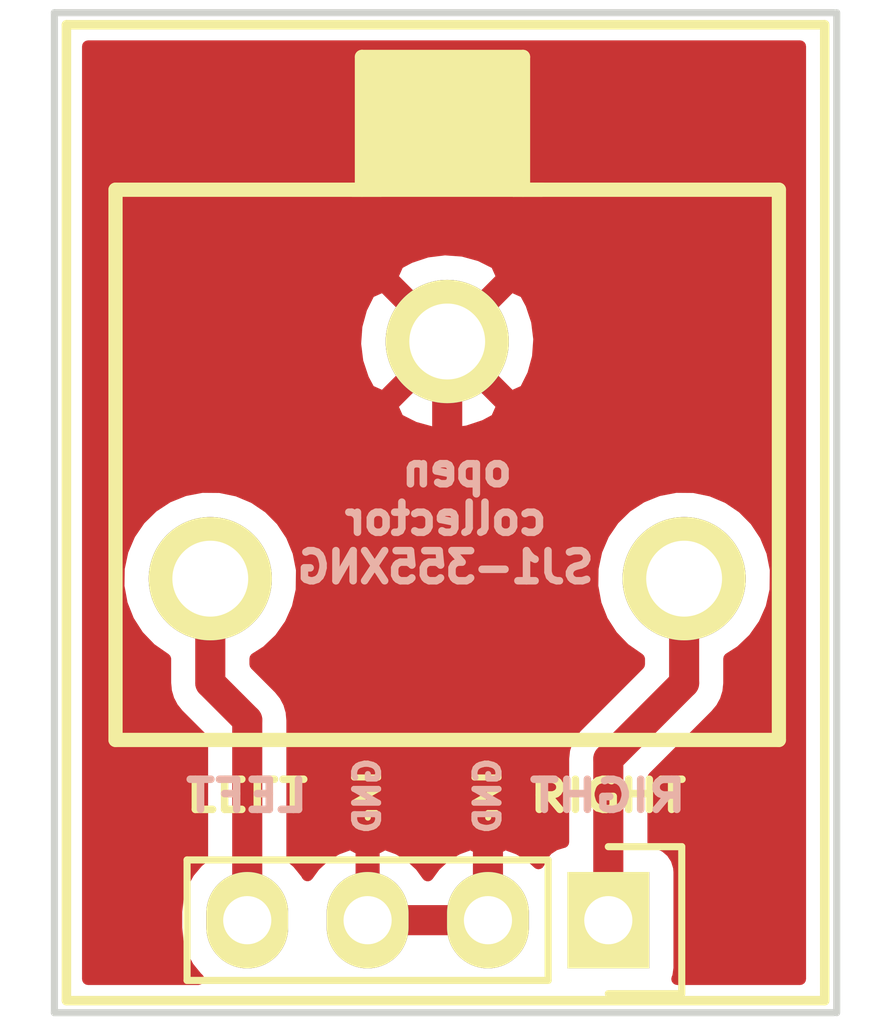
<source format=kicad_pcb>
(kicad_pcb (version 4) (host pcbnew 4.0.6)

  (general
    (links 4)
    (no_connects 0)
    (area 141.762 74.4 160.362001 96.000001)
    (thickness 1.6)
    (drawings 17)
    (tracks 10)
    (zones 0)
    (modules 2)
    (nets 4)
  )

  (page A4)
  (layers
    (0 F.Cu signal)
    (31 B.Cu signal)
    (32 B.Adhes user)
    (33 F.Adhes user)
    (34 B.Paste user)
    (35 F.Paste user)
    (36 B.SilkS user)
    (37 F.SilkS user)
    (38 B.Mask user)
    (39 F.Mask user)
    (40 Dwgs.User user)
    (41 Cmts.User user)
    (42 Eco1.User user)
    (43 Eco2.User user)
    (44 Edge.Cuts user)
    (45 Margin user)
    (46 B.CrtYd user)
    (47 F.CrtYd user)
    (48 B.Fab user)
    (49 F.Fab user)
  )

  (setup
    (last_trace_width 0.254)
    (user_trace_width 0.254)
    (user_trace_width 0.381)
    (user_trace_width 0.635)
    (trace_clearance 0.254)
    (zone_clearance 0.508)
    (zone_45_only no)
    (trace_min 0.2)
    (segment_width 0.2)
    (edge_width 0.15)
    (via_size 0.6)
    (via_drill 0.4)
    (via_min_size 0.4)
    (via_min_drill 0.3)
    (uvia_size 0.3)
    (uvia_drill 0.1)
    (uvias_allowed no)
    (uvia_min_size 0)
    (uvia_min_drill 0)
    (pcb_text_width 0.3)
    (pcb_text_size 1.5 1.5)
    (mod_edge_width 0.15)
    (mod_text_size 1 1)
    (mod_text_width 0.15)
    (pad_size 1.524 1.524)
    (pad_drill 0.762)
    (pad_to_mask_clearance 0.2)
    (aux_axis_origin 0 0)
    (grid_origin 151.8 89.4)
    (visible_elements FFFFFF7F)
    (pcbplotparams
      (layerselection 0x00030_80000001)
      (usegerberextensions false)
      (excludeedgelayer true)
      (linewidth 0.100000)
      (plotframeref false)
      (viasonmask false)
      (mode 1)
      (useauxorigin false)
      (hpglpennumber 1)
      (hpglpenspeed 20)
      (hpglpendiameter 15)
      (hpglpenoverlay 2)
      (psnegative false)
      (psa4output false)
      (plotreference true)
      (plotvalue true)
      (plotinvisibletext false)
      (padsonsilk false)
      (subtractmaskfromsilk false)
      (outputformat 1)
      (mirror false)
      (drillshape 1)
      (scaleselection 1)
      (outputdirectory ""))
  )

  (net 0 "")
  (net 1 GND)
  (net 2 "Net-(P1-Pad2)")
  (net 3 "Net-(P1-Pad3)")

  (net_class Default "This is the default net class."
    (clearance 0.254)
    (trace_width 0.254)
    (via_dia 0.6)
    (via_drill 0.4)
    (uvia_dia 0.3)
    (uvia_drill 0.1)
    (add_net GND)
    (add_net "Net-(P1-Pad2)")
    (add_net "Net-(P1-Pad3)")
  )

  (module hardware:SJ1-3553NG (layer F.Cu) (tedit 592BEB9E) (tstamp 574BB218)
    (at 151.2 84.8 90)
    (path /574B6459)
    (fp_text reference P1 (at 7.4 4.6 180) (layer F.SilkS) hide
      (effects (font (size 1 1) (thickness 0.15)))
    )
    (fp_text value PHONO (at -2.822 -0.416 180) (layer F.Fab)
      (effects (font (size 1 1) (thickness 0.15)))
    )
    (fp_line (start 6.4 1.6) (end 9.2 1.6) (layer F.SilkS) (width 0.3))
    (fp_line (start 9.2 1.6) (end 9.2 -1.8) (layer F.SilkS) (width 0.3))
    (fp_line (start 9.2 -1.8) (end 6.4 -1.8) (layer F.SilkS) (width 0.3))
    (fp_line (start 6.4 -2) (end 6.4 2) (layer F.SilkS) (width 0.3))
    (fp_line (start 8.2 1.2) (end 8.2 -1) (layer F.SilkS) (width 1))
    (fp_line (start 7.6 -1.4) (end 7.6 1.2) (layer F.SilkS) (width 1))
    (fp_line (start 6.8 -1.4) (end 6.8 1.2) (layer F.SilkS) (width 1))
    (fp_line (start 7 -1.4) (end 6.8 -1.4) (layer F.SilkS) (width 1))
    (fp_line (start 7 -1.4) (end 8.8 -1.4) (layer F.SilkS) (width 1))
    (fp_line (start 8.8 -1.4) (end 8.8 1.2) (layer F.SilkS) (width 1))
    (fp_line (start 8.8 1.2) (end 6.8 1.2) (layer F.SilkS) (width 1))
    (fp_line (start -5.2 -7) (end -5.2 7) (layer F.SilkS) (width 0.3))
    (fp_line (start -5.2 7) (end 6.4 7) (layer F.SilkS) (width 0.3))
    (fp_line (start 6.4 7) (end 6.4 1.4) (layer F.SilkS) (width 0.3))
    (fp_line (start 6.4 1.4) (end 8.4 1.4) (layer F.SilkS) (width 0.3))
    (fp_line (start 6.4 -1.4) (end 6.4 -7) (layer F.SilkS) (width 0.3))
    (fp_line (start 6.4 -7) (end -5.2 -7) (layer F.SilkS) (width 0.3))
    (pad 3 thru_hole circle (at -1.8 5 90) (size 2.6 2.6) (drill 1.6) (layers *.Cu *.Mask F.SilkS)
      (net 3 "Net-(P1-Pad3)"))
    (pad 2 thru_hole circle (at -1.8 -5 90) (size 2.6 2.6) (drill 1.6) (layers *.Cu *.Mask F.SilkS)
      (net 2 "Net-(P1-Pad2)"))
    (pad 1 thru_hole circle (at 3.2 0 90) (size 2.6 2.6) (drill 1.6) (layers *.Cu *.Mask F.SilkS)
      (net 1 GND))
  )

  (module Pin_Headers:Pin_Header_Straight_1x04 (layer F.Cu) (tedit 592BEBA3) (tstamp 574BAC00)
    (at 154.6 93.8 270)
    (descr "Through hole pin header")
    (tags "pin header")
    (path /574B496D)
    (fp_text reference P2 (at -0.2 -3.2 270) (layer F.SilkS) hide
      (effects (font (size 1 1) (thickness 0.15)))
    )
    (fp_text value SPK_PINS (at -4.654 3.816 360) (layer F.Fab)
      (effects (font (size 1 1) (thickness 0.15)))
    )
    (fp_line (start -1.75 -1.75) (end -1.75 9.4) (layer F.CrtYd) (width 0.05))
    (fp_line (start 1.75 -1.75) (end 1.75 9.4) (layer F.CrtYd) (width 0.05))
    (fp_line (start -1.75 -1.75) (end 1.75 -1.75) (layer F.CrtYd) (width 0.05))
    (fp_line (start -1.75 9.4) (end 1.75 9.4) (layer F.CrtYd) (width 0.05))
    (fp_line (start -1.27 1.27) (end -1.27 8.89) (layer F.SilkS) (width 0.15))
    (fp_line (start 1.27 1.27) (end 1.27 8.89) (layer F.SilkS) (width 0.15))
    (fp_line (start 1.55 -1.55) (end 1.55 0) (layer F.SilkS) (width 0.15))
    (fp_line (start -1.27 8.89) (end 1.27 8.89) (layer F.SilkS) (width 0.15))
    (fp_line (start 1.27 1.27) (end -1.27 1.27) (layer F.SilkS) (width 0.15))
    (fp_line (start -1.55 0) (end -1.55 -1.55) (layer F.SilkS) (width 0.15))
    (fp_line (start -1.55 -1.55) (end 1.55 -1.55) (layer F.SilkS) (width 0.15))
    (pad 1 thru_hole rect (at 0 0 270) (size 2.032 1.7272) (drill 1.016) (layers *.Cu *.Mask F.SilkS)
      (net 3 "Net-(P1-Pad3)"))
    (pad 2 thru_hole oval (at 0 2.54 270) (size 2.032 1.7272) (drill 1.016) (layers *.Cu *.Mask F.SilkS)
      (net 1 GND))
    (pad 3 thru_hole oval (at 0 5.08 270) (size 2.032 1.7272) (drill 1.016) (layers *.Cu *.Mask F.SilkS)
      (net 1 GND))
    (pad 4 thru_hole oval (at 0 7.62 270) (size 2.032 1.7272) (drill 1.016) (layers *.Cu *.Mask F.SilkS)
      (net 2 "Net-(P1-Pad2)"))
    (model Pin_Headers.3dshapes/Pin_Header_Straight_1x04.wrl
      (at (xyz 0 -0.15 0))
      (scale (xyz 1 1 1))
      (rotate (xyz 0 0 90))
    )
  )

  (gr_line (start 159.166 74.922) (end 143.164 74.922) (angle 90) (layer F.SilkS) (width 0.2))
  (gr_line (start 159.166 95.496) (end 159.166 74.922) (angle 90) (layer F.SilkS) (width 0.2))
  (gr_line (start 143.164 95.496) (end 159.166 95.496) (angle 90) (layer F.SilkS) (width 0.2))
  (gr_line (start 143.164 74.922) (end 143.164 95.496) (angle 90) (layer F.SilkS) (width 0.2))
  (gr_text RIGHT (at 154.594 91.178) (layer F.SilkS)
    (effects (font (size 0.635 0.762) (thickness 0.15875)))
  )
  (gr_text GND (at 152.054 91.178 90) (layer F.SilkS)
    (effects (font (size 0.508 0.508) (thickness 0.127)))
  )
  (gr_text GND (at 149.514 91.178 90) (layer F.SilkS)
    (effects (font (size 0.508 0.508) (thickness 0.127)))
  )
  (gr_text LEFT (at 146.974 91.178) (layer F.SilkS)
    (effects (font (size 0.635 0.762) (thickness 0.15875)))
  )
  (gr_text "open \ncollector\nSJ1-355XNG" (at 151.165 85.336) (layer B.SilkS)
    (effects (font (size 0.635 0.635) (thickness 0.15875)) (justify mirror))
  )
  (gr_text RIGHT (at 154.594 91.178) (layer B.SilkS)
    (effects (font (size 0.635 0.762) (thickness 0.15875)) (justify mirror))
  )
  (gr_text GND (at 152.054 91.178 90) (layer B.SilkS)
    (effects (font (size 0.508 0.508) (thickness 0.127)) (justify mirror))
  )
  (gr_text GND (at 149.514 91.178 90) (layer B.SilkS)
    (effects (font (size 0.508 0.508) (thickness 0.127)) (justify mirror))
  )
  (gr_text LEFT (at 146.974 91.178) (layer B.SilkS)
    (effects (font (size 0.635 0.762) (thickness 0.15875)) (justify mirror))
  )
  (gr_line (start 159.42 74.668) (end 159.42 95.75) (angle 90) (layer Edge.Cuts) (width 0.15))
  (gr_line (start 142.91 95.75) (end 159.3565 95.75) (angle 90) (layer Edge.Cuts) (width 0.15))
  (gr_line (start 142.91 74.668) (end 159.3565 74.668) (angle 90) (layer Edge.Cuts) (width 0.15))
  (gr_line (start 142.91 95.75) (end 142.91 74.668) (angle 90) (layer Edge.Cuts) (width 0.15))

  (segment (start 149.52 93.8) (end 152.06 93.8) (width 0.635) (layer F.Cu) (net 1))
  (segment (start 151.2 81.6) (end 151.2 88.6) (width 0.635) (layer F.Cu) (net 1))
  (segment (start 152.06 89.46) (end 152.06 93.8) (width 0.635) (layer F.Cu) (net 1) (tstamp 574BB277))
  (segment (start 151.2 88.6) (end 152.06 89.46) (width 0.635) (layer F.Cu) (net 1) (tstamp 574BB276))
  (segment (start 146.2 86.6) (end 146.2 88.8) (width 0.635) (layer F.Cu) (net 2))
  (segment (start 146.2 88.8) (end 146.98 89.58) (width 0.635) (layer F.Cu) (net 2) (tstamp 574BB280))
  (segment (start 146.98 89.58) (end 146.98 93.8) (width 0.635) (layer F.Cu) (net 2) (tstamp 574BB282))
  (segment (start 154.6 93.8) (end 154.6 90.4) (width 0.635) (layer F.Cu) (net 3))
  (segment (start 156.2 88.8) (end 156.2 86.6) (width 0.635) (layer F.Cu) (net 3) (tstamp 574BB27C))
  (segment (start 154.6 90.4) (end 156.2 88.8) (width 0.635) (layer F.Cu) (net 3) (tstamp 574BB27A))

  (zone (net 1) (net_name GND) (layer F.Cu) (tstamp 574DAF33) (hatch edge 0.508)
    (connect_pads (clearance 0.508))
    (min_thickness 0.254)
    (fill yes (arc_segments 32) (thermal_gap 0.508) (thermal_bridge_width 0.508))
    (polygon
      (pts
        (xy 160.362 96) (xy 141.762 96) (xy 141.762 74.4) (xy 160.362 74.4)
      )
    )
    (filled_polygon
      (pts
        (xy 158.6465 95.04) (xy 156.055568 95.04) (xy 156.07641 94.993763) (xy 156.101672 94.816) (xy 156.101672 92.784)
        (xy 156.093608 92.682879) (xy 156.040494 92.511366) (xy 155.9417 92.361441) (xy 155.80505 92.244975) (xy 155.641363 92.17119)
        (xy 155.5525 92.158562) (xy 155.5525 90.794538) (xy 156.873519 89.473519) (xy 156.929374 89.405521) (xy 156.985921 89.338131)
        (xy 156.988333 89.333743) (xy 156.991513 89.329872) (xy 157.033101 89.25231) (xy 157.075476 89.17523) (xy 157.07699 89.170457)
        (xy 157.079358 89.166041) (xy 157.105076 89.081921) (xy 157.131686 88.998036) (xy 157.132245 88.993054) (xy 157.133708 88.988268)
        (xy 157.142596 88.900772) (xy 157.152407 88.813299) (xy 157.152475 88.803507) (xy 157.152494 88.803325) (xy 157.152478 88.803155)
        (xy 157.1525 88.8) (xy 157.1525 88.287388) (xy 157.397069 88.132179) (xy 157.671873 87.870487) (xy 157.890614 87.560402)
        (xy 158.044959 87.213736) (xy 158.129031 86.843693) (xy 158.135083 86.410263) (xy 158.061377 86.038017) (xy 157.916771 85.687177)
        (xy 157.706773 85.371106) (xy 157.439384 85.101843) (xy 157.124786 84.889644) (xy 156.774964 84.742592) (xy 156.403241 84.666288)
        (xy 156.023777 84.663639) (xy 155.651026 84.734745) (xy 155.299184 84.876899) (xy 154.981655 85.084684) (xy 154.710532 85.350188)
        (xy 154.496142 85.663296) (xy 154.346651 86.012083) (xy 154.267754 86.383264) (xy 154.262456 86.7627) (xy 154.330958 87.135939)
        (xy 154.470652 87.488764) (xy 154.676215 87.807737) (xy 154.93982 88.080707) (xy 155.2475 88.29455) (xy 155.2475 88.405462)
        (xy 153.926481 89.726481) (xy 153.870626 89.794479) (xy 153.814079 89.861869) (xy 153.811667 89.866257) (xy 153.808487 89.870128)
        (xy 153.766899 89.94769) (xy 153.724524 90.02477) (xy 153.72301 90.029543) (xy 153.720642 90.033959) (xy 153.69492 90.118091)
        (xy 153.668314 90.201964) (xy 153.667755 90.206945) (xy 153.666292 90.211731) (xy 153.657404 90.299233) (xy 153.647593 90.386701)
        (xy 153.647525 90.396493) (xy 153.647506 90.396675) (xy 153.647522 90.396845) (xy 153.6475 90.4) (xy 153.6475 92.153017)
        (xy 153.635279 92.153992) (xy 153.463766 92.207106) (xy 153.313841 92.3059) (xy 153.197375 92.44255) (xy 153.126279 92.600272)
        (xy 152.962035 92.449267) (xy 152.710919 92.296314) (xy 152.434789 92.195291) (xy 152.419026 92.192642) (xy 152.187 92.313783)
        (xy 152.187 93.673) (xy 152.207 93.673) (xy 152.207 93.927) (xy 152.187 93.927) (xy 152.187 93.947)
        (xy 151.933 93.947) (xy 151.933 93.927) (xy 149.647 93.927) (xy 149.647 93.947) (xy 149.393 93.947)
        (xy 149.393 93.927) (xy 149.373 93.927) (xy 149.373 93.673) (xy 149.393 93.673) (xy 149.393 92.313783)
        (xy 149.647 92.313783) (xy 149.647 93.673) (xy 151.933 93.673) (xy 151.933 92.313783) (xy 151.700974 92.192642)
        (xy 151.685211 92.195291) (xy 151.409081 92.296314) (xy 151.157965 92.449267) (xy 150.941514 92.648271) (xy 150.79 92.855633)
        (xy 150.638486 92.648271) (xy 150.422035 92.449267) (xy 150.170919 92.296314) (xy 149.894789 92.195291) (xy 149.879026 92.192642)
        (xy 149.647 92.313783) (xy 149.393 92.313783) (xy 149.160974 92.192642) (xy 149.145211 92.195291) (xy 148.869081 92.296314)
        (xy 148.617965 92.449267) (xy 148.401514 92.648271) (xy 148.251343 92.853795) (xy 148.228216 92.810299) (xy 148.043363 92.583647)
        (xy 147.9325 92.491933) (xy 147.9325 89.58) (xy 147.923915 89.49244) (xy 147.916246 89.404786) (xy 147.914849 89.399977)
        (xy 147.91436 89.394992) (xy 147.888929 89.310761) (xy 147.864383 89.226273) (xy 147.862078 89.221826) (xy 147.86063 89.21703)
        (xy 147.81934 89.139375) (xy 147.778834 89.061231) (xy 147.775706 89.057312) (xy 147.773357 89.052895) (xy 147.717787 88.984759)
        (xy 147.662858 88.915951) (xy 147.65598 88.908976) (xy 147.655866 88.908836) (xy 147.655737 88.908729) (xy 147.65352 88.906481)
        (xy 147.1525 88.405462) (xy 147.1525 88.287388) (xy 147.397069 88.132179) (xy 147.671873 87.870487) (xy 147.890614 87.560402)
        (xy 148.044959 87.213736) (xy 148.129031 86.843693) (xy 148.135083 86.410263) (xy 148.061377 86.038017) (xy 147.916771 85.687177)
        (xy 147.706773 85.371106) (xy 147.439384 85.101843) (xy 147.124786 84.889644) (xy 146.774964 84.742592) (xy 146.403241 84.666288)
        (xy 146.023777 84.663639) (xy 145.651026 84.734745) (xy 145.299184 84.876899) (xy 144.981655 85.084684) (xy 144.710532 85.350188)
        (xy 144.496142 85.663296) (xy 144.346651 86.012083) (xy 144.267754 86.383264) (xy 144.262456 86.7627) (xy 144.330958 87.135939)
        (xy 144.470652 87.488764) (xy 144.676215 87.807737) (xy 144.93982 88.080707) (xy 145.2475 88.29455) (xy 145.2475 88.8)
        (xy 145.256089 88.887601) (xy 145.263754 88.975214) (xy 145.265151 88.980023) (xy 145.26564 88.985008) (xy 145.291071 89.069239)
        (xy 145.315617 89.153727) (xy 145.317922 89.158174) (xy 145.31937 89.16297) (xy 145.36066 89.240625) (xy 145.401166 89.318769)
        (xy 145.404294 89.322688) (xy 145.406643 89.327105) (xy 145.462218 89.395247) (xy 145.517143 89.46405) (xy 145.524016 89.47102)
        (xy 145.524134 89.471164) (xy 145.524267 89.471274) (xy 145.526481 89.473519) (xy 146.0275 89.974539) (xy 146.0275 92.491705)
        (xy 145.931485 92.568903) (xy 145.743485 92.792952) (xy 145.602584 93.049251) (xy 145.514148 93.328036) (xy 145.481546 93.618688)
        (xy 145.4814 93.639612) (xy 145.4814 93.960388) (xy 145.509941 94.251468) (xy 145.594475 94.53146) (xy 145.731784 94.789701)
        (xy 145.916637 95.016353) (xy 145.945221 95.04) (xy 143.62 95.04) (xy 143.62 82.949224) (xy 150.030381 82.949224)
        (xy 150.162317 83.244312) (xy 150.503045 83.415159) (xy 150.870557 83.51625) (xy 151.250729 83.543701) (xy 151.628951 83.496457)
        (xy 151.99069 83.376333) (xy 152.237683 83.244312) (xy 152.369619 82.949224) (xy 151.2 81.779605) (xy 150.030381 82.949224)
        (xy 143.62 82.949224) (xy 143.62 81.650729) (xy 149.256299 81.650729) (xy 149.303543 82.028951) (xy 149.423667 82.39069)
        (xy 149.555688 82.637683) (xy 149.850776 82.769619) (xy 151.020395 81.6) (xy 151.379605 81.6) (xy 152.549224 82.769619)
        (xy 152.844312 82.637683) (xy 153.015159 82.296955) (xy 153.11625 81.929443) (xy 153.143701 81.549271) (xy 153.096457 81.171049)
        (xy 152.976333 80.80931) (xy 152.844312 80.562317) (xy 152.549224 80.430381) (xy 151.379605 81.6) (xy 151.020395 81.6)
        (xy 149.850776 80.430381) (xy 149.555688 80.562317) (xy 149.384841 80.903045) (xy 149.28375 81.270557) (xy 149.256299 81.650729)
        (xy 143.62 81.650729) (xy 143.62 80.250776) (xy 150.030381 80.250776) (xy 151.2 81.420395) (xy 152.369619 80.250776)
        (xy 152.237683 79.955688) (xy 151.896955 79.784841) (xy 151.529443 79.68375) (xy 151.149271 79.656299) (xy 150.771049 79.703543)
        (xy 150.40931 79.823667) (xy 150.162317 79.955688) (xy 150.030381 80.250776) (xy 143.62 80.250776) (xy 143.62 75.378)
        (xy 158.6465 75.378)
      )
    )
  )
)

</source>
